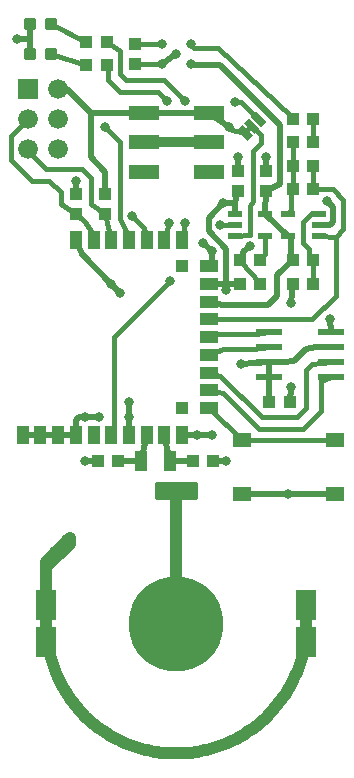
<source format=gtl>
G75*
%MOIN*%
%OFA0B0*%
%FSLAX25Y25*%
%IPPOS*%
%LPD*%
%AMOC8*
5,1,8,0,0,1.08239X$1,22.5*
%
%ADD10C,0.01181*%
%ADD11R,0.03937X0.04331*%
%ADD12R,0.07000X0.10000*%
%ADD13C,0.31496*%
%ADD14R,0.04331X0.03937*%
%ADD15R,0.04724X0.02165*%
%ADD16R,0.08661X0.02362*%
%ADD17R,0.04331X0.06693*%
%ADD18R,0.02500X0.05000*%
%ADD19C,0.01600*%
%ADD20R,0.03937X0.05906*%
%ADD21R,0.05906X0.03937*%
%ADD22R,0.03937X0.03937*%
%ADD23C,0.03150*%
%ADD24R,0.06600X0.06600*%
%ADD25C,0.06600*%
%ADD26R,0.05906X0.05118*%
%ADD27R,0.09843X0.04724*%
%ADD28C,0.02000*%
%ADD29C,0.03169*%
%ADD30C,0.04000*%
%ADD31C,0.01200*%
%ADD32C,0.03562*%
%ADD33C,0.03200*%
D10*
X0013586Y0238611D02*
X0013586Y0241367D01*
X0013586Y0238611D02*
X0010830Y0238611D01*
X0010830Y0241367D01*
X0013586Y0241367D01*
X0013586Y0239791D02*
X0010830Y0239791D01*
X0010830Y0240971D02*
X0013586Y0240971D01*
X0013586Y0248453D02*
X0013586Y0251209D01*
X0013586Y0248453D02*
X0010830Y0248453D01*
X0010830Y0251209D01*
X0013586Y0251209D01*
X0013586Y0249633D02*
X0010830Y0249633D01*
X0010830Y0250813D02*
X0013586Y0250813D01*
X0020491Y0251209D02*
X0020491Y0248453D01*
X0017735Y0248453D01*
X0017735Y0251209D01*
X0020491Y0251209D01*
X0020491Y0249633D02*
X0017735Y0249633D01*
X0017735Y0250813D02*
X0020491Y0250813D01*
X0020491Y0241367D02*
X0020491Y0238611D01*
X0017735Y0238611D01*
X0017735Y0241367D01*
X0020491Y0241367D01*
X0020491Y0239791D02*
X0017735Y0239791D01*
X0017735Y0240971D02*
X0020491Y0240971D01*
D11*
X0031015Y0243926D03*
X0031015Y0236052D03*
X0037708Y0236052D03*
X0037708Y0243926D03*
X0047156Y0243335D03*
X0047156Y0236643D03*
X0081605Y0201013D03*
X0081605Y0194320D03*
X0090956Y0194320D03*
X0090956Y0201013D03*
X0099912Y0194713D03*
X0106605Y0194713D03*
X0106605Y0210461D03*
X0099912Y0210461D03*
X0099912Y0171091D03*
X0099912Y0163217D03*
X0106605Y0163217D03*
X0106605Y0171091D03*
D12*
X0017629Y0043926D03*
X0017629Y0056131D03*
X0104243Y0056131D03*
X0104243Y0043926D03*
D13*
X0060936Y0050028D03*
D14*
X0066448Y0104162D03*
X0073141Y0104162D03*
X0092038Y0123847D03*
X0098731Y0123847D03*
X0088889Y0163217D03*
X0088889Y0171091D03*
X0082196Y0171091D03*
X0082196Y0163217D03*
X0099912Y0202587D03*
X0106605Y0202587D03*
X0106605Y0218335D03*
X0099912Y0218335D03*
X0041645Y0104162D03*
X0034952Y0104162D03*
X0037314Y0186446D03*
X0037314Y0193139D03*
X0027471Y0193139D03*
X0027471Y0186446D03*
D15*
X0080424Y0186643D03*
X0080424Y0182902D03*
X0080424Y0179162D03*
X0090660Y0179162D03*
X0090660Y0186643D03*
X0098141Y0186643D03*
X0098141Y0179162D03*
X0108377Y0179162D03*
X0108377Y0182902D03*
X0108377Y0186643D03*
D16*
X0112511Y0147095D03*
X0112511Y0142095D03*
X0112511Y0137095D03*
X0112511Y0132095D03*
X0092038Y0132095D03*
X0092038Y0137095D03*
X0092038Y0142095D03*
X0092038Y0147095D03*
D17*
X0058967Y0104162D03*
X0049125Y0104162D03*
D18*
G36*
X0081121Y0214495D02*
X0082889Y0216263D01*
X0086423Y0212729D01*
X0084655Y0210961D01*
X0081121Y0214495D01*
G37*
G36*
X0083383Y0216758D02*
X0085151Y0218526D01*
X0088685Y0214992D01*
X0086917Y0213224D01*
X0083383Y0216758D01*
G37*
G36*
X0085646Y0219021D02*
X0087414Y0220789D01*
X0090948Y0217255D01*
X0089180Y0215487D01*
X0085646Y0219021D01*
G37*
D19*
X0086034Y0215875D02*
X0089071Y0212838D01*
X0089071Y0210054D01*
X0086526Y0207509D01*
X0086526Y0190776D01*
X0085542Y0189300D01*
X0085542Y0179457D01*
X0080424Y0179162D01*
X0080424Y0182902D02*
X0075700Y0182902D01*
X0072747Y0171091D02*
X0071763Y0169123D01*
X0062904Y0177981D02*
X0063889Y0183394D01*
X0058475Y0183394D02*
X0056999Y0177981D01*
X0051093Y0177981D02*
X0050109Y0181918D01*
X0046172Y0185855D01*
X0042235Y0184871D02*
X0044204Y0180934D01*
X0045188Y0177981D01*
X0042235Y0184871D02*
X0042235Y0210461D01*
X0037314Y0215383D01*
X0042235Y0227194D02*
X0055030Y0227194D01*
X0057983Y0224241D01*
X0063889Y0224241D02*
X0056999Y0231131D01*
X0044204Y0231131D01*
X0042235Y0233099D01*
X0042235Y0240973D01*
X0037708Y0243926D01*
X0037708Y0236052D02*
X0038298Y0234083D01*
X0038298Y0231131D01*
X0042235Y0227194D01*
X0047156Y0236643D02*
X0056093Y0236643D01*
X0056093Y0243335D02*
X0047156Y0243335D01*
X0031015Y0243926D02*
X0019113Y0249831D01*
X0019113Y0239989D02*
X0031015Y0236052D01*
X0029440Y0201603D02*
X0017629Y0201603D01*
X0013692Y0205540D01*
X0011645Y0208335D01*
X0005818Y0204556D02*
X0012708Y0197666D01*
X0018613Y0197666D01*
X0022550Y0193729D01*
X0022550Y0189792D01*
X0027471Y0186446D01*
X0030424Y0183887D01*
X0032393Y0180934D01*
X0033377Y0177981D01*
X0039282Y0177981D02*
X0037314Y0186446D01*
X0032393Y0189792D01*
X0032393Y0198650D01*
X0029440Y0201603D01*
X0011645Y0218335D02*
X0005818Y0212430D01*
X0005818Y0204556D01*
X0058967Y0164202D02*
X0040267Y0145501D01*
X0040267Y0115973D01*
X0039282Y0113020D01*
X0054672Y0096408D02*
X0054672Y0092232D01*
X0067200Y0092232D01*
X0067200Y0096408D01*
X0054672Y0096408D01*
X0054672Y0096112D02*
X0067200Y0096112D01*
X0067200Y0094514D02*
X0054672Y0094514D01*
X0054672Y0092915D02*
X0067200Y0092915D01*
X0082786Y0111052D02*
X0071763Y0121879D01*
X0071763Y0127784D02*
X0076684Y0126800D01*
X0088495Y0114989D01*
X0103259Y0114989D01*
X0109164Y0120894D01*
X0109164Y0130737D01*
X0112511Y0132095D01*
X0112511Y0137095D02*
X0106211Y0136643D01*
X0104243Y0134674D01*
X0104243Y0121879D01*
X0101290Y0118926D01*
X0089479Y0118926D01*
X0075700Y0132706D01*
X0071763Y0133690D01*
X0071763Y0139595D02*
X0076684Y0141564D01*
X0086526Y0141564D01*
X0092038Y0142095D01*
X0092038Y0147095D02*
X0087511Y0146485D01*
X0074715Y0146485D01*
X0071763Y0145501D01*
X0071763Y0151406D02*
X0106211Y0151406D01*
X0114085Y0159280D01*
X0114085Y0178965D01*
X0116546Y0181426D01*
X0116546Y0191269D01*
X0113101Y0194713D01*
X0107688Y0194713D01*
X0106605Y0194713D02*
X0106605Y0202587D01*
X0106605Y0210461D02*
X0106605Y0218335D01*
X0099912Y0218335D02*
X0099322Y0219320D01*
X0074715Y0241957D01*
X0066841Y0241957D01*
X0065778Y0243335D01*
X0078652Y0215383D02*
X0079637Y0214398D01*
X0083772Y0213612D01*
X0084266Y0214107D02*
X0086034Y0215875D01*
X0088297Y0218138D02*
X0082589Y0223749D01*
X0080621Y0223749D01*
X0099322Y0192745D02*
X0099322Y0187824D01*
X0099912Y0194713D02*
X0099912Y0202587D01*
X0099912Y0210461D01*
X0106211Y0186839D02*
X0103259Y0183887D01*
X0103259Y0176997D01*
X0105227Y0175028D01*
X0105227Y0173060D01*
X0106605Y0171091D02*
X0106605Y0163217D01*
X0099322Y0170107D02*
X0099912Y0171091D01*
X0099322Y0177981D02*
X0098141Y0179162D01*
X0090660Y0179162D02*
X0090463Y0177981D01*
X0090463Y0173060D01*
X0088889Y0171091D01*
X0084558Y0168139D02*
X0086526Y0166170D01*
X0088889Y0163217D01*
X0084558Y0168139D02*
X0082196Y0171091D01*
X0108377Y0179162D02*
X0114085Y0178965D01*
X0113889Y0111052D02*
X0082786Y0111052D01*
D20*
X0062904Y0113020D03*
X0056999Y0113020D03*
X0051093Y0113020D03*
X0045188Y0113020D03*
X0039282Y0113020D03*
X0033377Y0113020D03*
X0027471Y0113020D03*
X0021566Y0113020D03*
X0015660Y0113020D03*
X0009755Y0113020D03*
X0027471Y0177981D03*
X0033377Y0177981D03*
X0039282Y0177981D03*
X0045188Y0177981D03*
X0051093Y0177981D03*
X0056999Y0177981D03*
X0062904Y0177981D03*
D21*
X0071763Y0169123D03*
X0071763Y0163217D03*
X0071763Y0157312D03*
X0071763Y0151406D03*
X0071763Y0145501D03*
X0071763Y0139595D03*
X0071763Y0133690D03*
X0071763Y0127784D03*
X0071763Y0121879D03*
D22*
X0062904Y0121879D03*
X0062904Y0169123D03*
D23*
X0065778Y0236643D03*
X0065778Y0243335D03*
X0056093Y0243335D03*
X0056093Y0236643D03*
D24*
X0011645Y0228335D03*
D25*
X0011645Y0218335D03*
X0011645Y0208335D03*
X0021645Y0208335D03*
X0021645Y0218335D03*
X0021645Y0228335D03*
D26*
X0082786Y0111052D03*
X0082786Y0093335D03*
X0113889Y0093335D03*
X0113889Y0111052D03*
D27*
X0071763Y0200619D03*
X0071763Y0210461D03*
X0071763Y0220304D03*
X0050109Y0220304D03*
X0050109Y0210461D03*
X0050109Y0200619D03*
D28*
X0050109Y0220304D02*
X0032393Y0220304D01*
X0024519Y0228178D01*
X0021645Y0228335D01*
X0012208Y0239989D02*
X0012208Y0244910D01*
X0007786Y0244910D01*
X0012208Y0244910D02*
X0012208Y0249831D01*
X0032393Y0220304D02*
X0032393Y0205540D01*
X0037314Y0200619D01*
X0037314Y0193139D01*
X0027471Y0193139D02*
X0027471Y0197666D01*
X0027471Y0177981D02*
X0029440Y0173060D01*
X0039282Y0163217D01*
X0042235Y0160265D01*
X0045188Y0123847D02*
X0045188Y0118926D01*
X0045188Y0113020D01*
X0051093Y0113020D02*
X0049125Y0104162D01*
X0041645Y0104162D01*
X0035345Y0118926D02*
X0030424Y0118926D01*
X0028456Y0118926D01*
X0027471Y0117942D01*
X0027471Y0113020D01*
X0021566Y0113020D01*
X0015660Y0113020D01*
X0009755Y0113020D01*
X0030424Y0104162D02*
X0034952Y0104162D01*
X0056999Y0113020D02*
X0058967Y0104162D01*
X0066448Y0104162D01*
X0067826Y0113020D02*
X0062904Y0113020D01*
X0067826Y0113020D02*
X0072747Y0113020D01*
X0073141Y0104162D02*
X0077668Y0104162D01*
X0082786Y0093335D02*
X0098337Y0093335D01*
X0113889Y0093335D01*
X0098731Y0123847D02*
X0099322Y0128769D01*
X0096861Y0137135D02*
X0092038Y0137095D01*
X0092038Y0132095D01*
X0092038Y0123847D01*
X0092038Y0137095D02*
X0082589Y0136643D01*
X0076684Y0156328D02*
X0071763Y0157312D01*
X0071763Y0163217D02*
X0077668Y0163217D01*
X0077668Y0161249D01*
X0077668Y0175028D01*
X0071763Y0180934D01*
X0071763Y0185363D01*
X0076684Y0190284D01*
X0080621Y0190284D01*
X0080621Y0188808D01*
X0080424Y0186643D01*
X0080621Y0190284D02*
X0081605Y0194320D01*
X0081605Y0201013D02*
X0081605Y0205540D01*
X0078652Y0215383D02*
X0071763Y0220304D01*
X0050109Y0220304D01*
X0056093Y0236643D02*
X0060936Y0239989D01*
X0065778Y0236643D02*
X0066841Y0236052D01*
X0075700Y0236052D01*
X0095385Y0216367D01*
X0095385Y0196682D01*
X0090956Y0194320D01*
X0090660Y0186643D01*
X0098141Y0179162D01*
X0099322Y0177981D02*
X0099322Y0170107D01*
X0099912Y0171091D02*
X0094400Y0166170D01*
X0094400Y0159280D01*
X0091448Y0156328D01*
X0076684Y0156328D01*
X0077668Y0163217D02*
X0082196Y0163217D01*
X0082196Y0171091D02*
X0083574Y0174044D01*
X0085542Y0176013D01*
X0090956Y0201013D02*
X0090956Y0205540D01*
X0108377Y0182902D02*
X0112117Y0182902D01*
X0113101Y0183887D01*
X0113101Y0188808D01*
X0111133Y0190776D01*
X0099912Y0163217D02*
X0099322Y0156820D01*
X0104243Y0141564D02*
X0100306Y0137627D01*
X0096861Y0137135D01*
X0104243Y0141564D02*
X0107688Y0142056D01*
X0112511Y0142095D01*
X0112511Y0147095D02*
X0112117Y0151406D01*
X0072747Y0171091D02*
X0072747Y0174044D01*
X0069794Y0176997D01*
D29*
X0069794Y0176997D03*
X0072747Y0174044D03*
X0075700Y0182902D03*
X0076684Y0190284D03*
X0081605Y0205540D03*
X0078652Y0215383D03*
X0080621Y0223749D03*
X0090956Y0205540D03*
X0085542Y0176013D03*
X0077668Y0161249D03*
X0082589Y0136643D03*
X0072747Y0113020D03*
X0067826Y0113020D03*
X0065112Y0094320D03*
X0060936Y0094320D03*
X0056760Y0094320D03*
X0045188Y0118926D03*
X0045188Y0123847D03*
X0035345Y0118926D03*
X0030424Y0118926D03*
X0030424Y0104162D03*
X0024519Y0076603D03*
X0021566Y0073650D03*
X0018613Y0070698D03*
X0042235Y0160265D03*
X0039282Y0163217D03*
X0046172Y0185855D03*
X0058475Y0183394D03*
X0063889Y0183394D03*
X0058967Y0164202D03*
X0037314Y0215383D03*
X0027471Y0197666D03*
X0007786Y0244910D03*
X0057983Y0224241D03*
X0063889Y0224241D03*
X0060936Y0239989D03*
X0099322Y0156820D03*
X0099322Y0128769D03*
X0112117Y0151406D03*
X0111133Y0190776D03*
X0077668Y0104162D03*
X0098337Y0093335D03*
D30*
X0104243Y0056131D02*
X0104243Y0050028D01*
X0104243Y0043926D01*
X0104243Y0050028D02*
X0104230Y0048982D01*
X0104192Y0047936D01*
X0104129Y0046891D01*
X0104041Y0045848D01*
X0103927Y0044808D01*
X0103789Y0043771D01*
X0103625Y0042737D01*
X0103436Y0041708D01*
X0103223Y0040683D01*
X0102985Y0039664D01*
X0102722Y0038651D01*
X0102435Y0037645D01*
X0102123Y0036645D01*
X0101788Y0035654D01*
X0101429Y0034671D01*
X0101046Y0033697D01*
X0100640Y0032733D01*
X0100210Y0031778D01*
X0099758Y0030835D01*
X0099282Y0029902D01*
X0098785Y0028982D01*
X0098265Y0028073D01*
X0097724Y0027177D01*
X0097161Y0026295D01*
X0096577Y0025427D01*
X0095972Y0024573D01*
X0095347Y0023734D01*
X0094701Y0022910D01*
X0094036Y0022102D01*
X0093352Y0021310D01*
X0092648Y0020535D01*
X0091926Y0019778D01*
X0091186Y0019038D01*
X0090429Y0018316D01*
X0089654Y0017612D01*
X0088862Y0016928D01*
X0088054Y0016263D01*
X0087230Y0015617D01*
X0086391Y0014992D01*
X0085537Y0014387D01*
X0084669Y0013803D01*
X0083787Y0013240D01*
X0082891Y0012699D01*
X0081982Y0012179D01*
X0081062Y0011682D01*
X0080129Y0011206D01*
X0079186Y0010754D01*
X0078231Y0010324D01*
X0077267Y0009918D01*
X0076293Y0009535D01*
X0075310Y0009176D01*
X0074319Y0008841D01*
X0073319Y0008529D01*
X0072313Y0008242D01*
X0071300Y0007979D01*
X0070281Y0007741D01*
X0069256Y0007528D01*
X0068227Y0007339D01*
X0067193Y0007175D01*
X0066156Y0007037D01*
X0065116Y0006923D01*
X0064073Y0006835D01*
X0063028Y0006772D01*
X0061982Y0006734D01*
X0060936Y0006721D01*
X0059890Y0006734D01*
X0058844Y0006772D01*
X0057799Y0006835D01*
X0056756Y0006923D01*
X0055716Y0007037D01*
X0054679Y0007175D01*
X0053645Y0007339D01*
X0052616Y0007528D01*
X0051591Y0007741D01*
X0050572Y0007979D01*
X0049559Y0008242D01*
X0048553Y0008529D01*
X0047553Y0008841D01*
X0046562Y0009176D01*
X0045579Y0009535D01*
X0044605Y0009918D01*
X0043641Y0010324D01*
X0042686Y0010754D01*
X0041743Y0011206D01*
X0040810Y0011682D01*
X0039890Y0012179D01*
X0038981Y0012699D01*
X0038085Y0013240D01*
X0037203Y0013803D01*
X0036335Y0014387D01*
X0035481Y0014992D01*
X0034642Y0015617D01*
X0033818Y0016263D01*
X0033010Y0016928D01*
X0032218Y0017612D01*
X0031443Y0018316D01*
X0030686Y0019038D01*
X0029946Y0019778D01*
X0029224Y0020535D01*
X0028520Y0021310D01*
X0027836Y0022102D01*
X0027171Y0022910D01*
X0026525Y0023734D01*
X0025900Y0024573D01*
X0025295Y0025427D01*
X0024711Y0026295D01*
X0024148Y0027177D01*
X0023607Y0028073D01*
X0023087Y0028982D01*
X0022590Y0029902D01*
X0022114Y0030835D01*
X0021662Y0031778D01*
X0021232Y0032733D01*
X0020826Y0033697D01*
X0020443Y0034671D01*
X0020084Y0035654D01*
X0019749Y0036645D01*
X0019437Y0037645D01*
X0019150Y0038651D01*
X0018887Y0039664D01*
X0018649Y0040683D01*
X0018436Y0041708D01*
X0018247Y0042737D01*
X0018083Y0043771D01*
X0017945Y0044808D01*
X0017831Y0045848D01*
X0017743Y0046891D01*
X0017680Y0047936D01*
X0017642Y0048982D01*
X0017629Y0050028D01*
X0017629Y0056131D01*
X0017629Y0043926D01*
X0017629Y0056131D02*
X0017629Y0069713D01*
X0018613Y0070698D01*
X0018674Y0069775D02*
X0017629Y0069775D01*
X0017629Y0070698D02*
X0017629Y0068729D01*
X0025503Y0076603D01*
X0025503Y0078572D01*
X0017629Y0070698D01*
X0017629Y0069714D02*
X0017691Y0069716D01*
X0017752Y0069722D01*
X0017813Y0069731D01*
X0017874Y0069745D01*
X0017933Y0069762D01*
X0017991Y0069783D01*
X0018048Y0069808D01*
X0018103Y0069836D01*
X0018156Y0069867D01*
X0018207Y0069902D01*
X0018256Y0069940D01*
X0018303Y0069981D01*
X0018346Y0070024D01*
X0018387Y0070071D01*
X0018425Y0070120D01*
X0018460Y0070171D01*
X0018491Y0070224D01*
X0018519Y0070279D01*
X0018544Y0070336D01*
X0018565Y0070394D01*
X0018582Y0070453D01*
X0018596Y0070514D01*
X0018605Y0070575D01*
X0018611Y0070636D01*
X0018613Y0070698D01*
X0020704Y0073773D02*
X0022673Y0073773D01*
X0024703Y0077772D02*
X0025503Y0077772D01*
X0060936Y0094320D02*
X0060936Y0050028D01*
D31*
X0106605Y0171091D02*
X0105227Y0173060D01*
X0106211Y0186839D02*
X0108377Y0186643D01*
X0107688Y0194713D02*
X0106605Y0194713D01*
X0099912Y0194713D02*
X0099322Y0192745D01*
X0099322Y0187824D02*
X0098141Y0186643D01*
D32*
X0060936Y0210461D03*
D33*
X0050109Y0210461D01*
X0060936Y0210461D02*
X0071763Y0210461D01*
M02*

</source>
